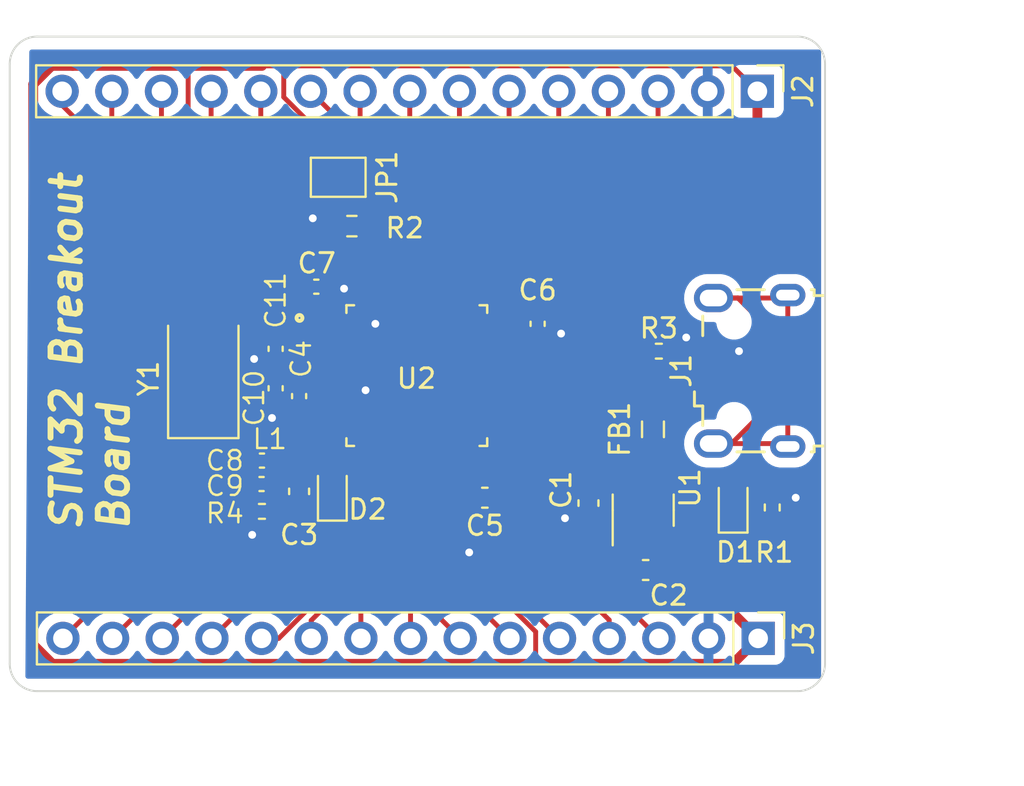
<source format=kicad_pcb>
(kicad_pcb (version 20221018) (generator pcbnew)
  (layers (0 "F.Cu" signal) (31 "B.Cu" signal) (34 "B.Paste" user) (35 "F.Paste" user) (36 "B.SilkS" user "B.Silkscreen") (37 "F.SilkS" user "F.Silkscreen") (38 "B.Mask" user) (39 "F.Mask" user) (44 "Edge.Cuts" user))
  (net 0 "")
  (net 1 "VCC")
  (net 2 "GND")
  (net 3 "+3.3V")
  (net 4 "+3.3VA")
  (net 5 "Net-(U2-PD1_OSC_OUT)")
  (net 6 "Net-(U2-PD0_OSC_IN)")
  (net 7 "Net-(D1-K)")
  (net 8 "Net-(D2-K)")
  (net 9 "Net-(D2-A)")
  (net 10 "+5V")
  (net 11 "USB_D-")
  (net 12 "USB_D+")
  (net 14 "unconnected-(J1-Shield-Pad6)")
  (net 15 "SWDIO")
  (net 16 "SWCLK")
  (net 17 "PA15")
  (net 18 "SWO")
  (net 19 "PB4")
  (net 20 "PB5")
  (net 21 "PB6")
  (net 22 "PB7")
  (net 23 "PB8")
  (net 24 "PB9")
  (net 25 "PC13")
  (net 26 "PC14")
  (net 27 "PC15")
  (net 28 "PA10")
  (net 29 "PA9")
  (net 30 "PA8")
  (net 31 "PB11")
  (net 32 "PB10")
  (net 33 "PB2")
  (net 34 "PB1")
  (net 35 "PB0")
  (net 36 "PA7")
  (net 37 "PA6")
  (net 38 "PA5")
  (net 39 "PA4")
  (net 40 "PA3")
  (net 41 "Net-(JP1-A)")
  (footprint "Package_TO_SOT_SMD:SOT-23-3" (layer "F.Cu") (at 216.7 81.3375 90)
    (fp_text reference "U1" (at 1.1375 2.4 90) (layer "F.SilkS"))
    (fp_text value "XC6206P332MR")
    (pad "1" smd roundrect (at -1.1375 -0.95 90) (size 1.325 0.6) (layers "F.Cu" "F.Paste" "F.Mask") (net 2 "GND"))
    (pad "2" smd roundrect (at -1.1375 0.95 90) (size 1.325 0.6) (layers "F.Cu" "F.Paste" "F.Mask") (net 3 "+3.3V"))
    (pad "3" smd roundrect (at 1.1375 0 90) (size 1.325 0.6) (layers "F.Cu" "F.Paste" "F.Mask") (net 1 "VCC"))
  )
  (footprint "Capacitor_SMD:C_0402_1005Metric" (layer "F.Cu") (at 199.98 69.9)
    (fp_text reference "C7" (at 0.02 -1.2) (layer "F.SilkS"))
    (fp_text value "100n")
    (pad "1" smd roundrect (at -0.48 0) (size 0.56 0.62) (layers "F.Cu" "F.Paste" "F.Mask") (net 3 "+3.3V"))
    (pad "2" smd roundrect (at 0.48 0) (size 0.56 0.62) (layers "F.Cu" "F.Paste" "F.Mask") (net 2 "GND"))
  )
  (footprint "Capacitor_SMD:C_0603_1608Metric" (layer "F.Cu") (at 199.1 80.375 -90)
    (fp_text reference "C3" (at 2.225 0 -180) (layer "F.SilkS"))
    (fp_text value "1u")
    (pad "1" smd roundrect (at -0.775 0 270) (size 0.9 0.95) (layers "F.Cu" "F.Paste" "F.Mask") (net 4 "+3.3VA"))
    (pad "2" smd roundrect (at 0.775 0 270) (size 0.9 0.95) (layers "F.Cu" "F.Paste" "F.Mask") (net 2 "GND"))
  )
  (footprint "Capacitor_SMD:C_0603_1608Metric" (layer "F.Cu") (at 208.6 80.7 180)
    (fp_text reference "C5" (at 0 -1.43) (layer "F.SilkS"))
    (fp_text value "4u7")
    (pad "1" smd roundrect (at -0.775 0 180) (size 0.9 0.95) (layers "F.Cu" "F.Paste" "F.Mask") (net 3 "+3.3V"))
    (pad "2" smd roundrect (at 0.775 0 180) (size 0.9 0.95) (layers "F.Cu" "F.Paste" "F.Mask") (net 2 "GND"))
  )
  (footprint "Resistor_SMD:R_0603_1608Metric" (layer "F.Cu") (at 201.8 66.8 180)
    (fp_text reference "R2" (at -2.7 -0.1) (layer "F.SilkS"))
    (fp_text value "10k")
    (pad "1" smd roundrect (at -0.825 0 180) (size 0.8 0.95) (layers "F.Cu" "F.Paste" "F.Mask") (net 41 "Net-(JP1-A)"))
    (pad "2" smd roundrect (at 0.825 0 180) (size 0.8 0.95) (layers "F.Cu" "F.Paste" "F.Mask") (net 2 "GND"))
  )
  (footprint "Connector_USB:USB_Micro-B_Wuerth_629105150521" (layer "F.Cu") (at 222.145 74.205 90)
    (fp_text reference "J1" (at 0 -3.5 90) (layer "F.SilkS"))
    (fp_text value "USB_B_Micro")
    (pad "" np_thru_hole oval (at -2.5 -0.8 90) (size 0.8 0.8) (drill 0.8) (layers "*.Cu" "*.Mask"))
    (pad "" np_thru_hole oval (at 2.5 -0.8 90) (size 0.8 0.8) (drill 0.8) (layers "*.Cu" "*.Mask"))
    (pad "1" smd rect (at -1.3 -1.9 90) (size 0.45 1.3) (layers "F.Cu" "F.Paste" "F.Mask") (net 10 "+5V"))
    (pad "2" smd rect (at -0.65 -1.9 90) (size 0.45 1.3) (layers "F.Cu" "F.Paste" "F.Mask") (net 11 "USB_D-"))
    (pad "3" smd rect (at 0 -1.9 90) (size 0.45 1.3) (layers "F.Cu" "F.Paste" "F.Mask") (net 12 "USB_D+"))
    (pad "4" smd rect (at 0.65 -1.9 90) (size 0.45 1.3) (layers "F.Cu" "F.Paste" "F.Mask"))
    (pad "5" smd rect (at 1.3 -1.9 90) (size 0.45 1.3) (layers "F.Cu" "F.Paste" "F.Mask") (net 2 "GND"))
    (pad "6" thru_hole oval (at -3.875 1.95 90) (size 1.15 1.8) (drill oval 0.55 1.2) (layers "*.Cu" "*.Mask") (net 14 "unconnected-(J1-Shield-Pad6)"))
    (pad "6" thru_hole oval (at -3.725 -1.85 90) (size 1.45 2) (drill oval 0.85 1.4) (layers "*.Cu" "*.Mask") (net 14 "unconnected-(J1-Shield-Pad6)"))
    (pad "6" thru_hole oval (at 3.725 -1.85 90) (size 1.45 2) (drill oval 0.85 1.4) (layers "*.Cu" "*.Mask") (net 14 "unconnected-(J1-Shield-Pad6)"))
    (pad "6" thru_hole oval (at 3.875 1.95 90) (size 1.15 1.8) (drill oval 0.55 1.2) (layers "*.Cu" "*.Mask") (net 14 "unconnected-(J1-Shield-Pad6)"))
  )
  (footprint "Resistor_SMD:R_0402_1005Metric" (layer "F.Cu") (at 197.2 81.4 180)
    (fp_text reference "R4" (at 1.9 -0.1) (layer "F.SilkS") (effects (font (thickness 0.125))))
    (fp_text value "1k5")
    (pad "1" smd roundrect (at -0.51 0 180) (size 0.54 0.64) (layers "F.Cu" "F.Paste" "F.Mask") (net 8 "Net-(D2-K)"))
    (pad "2" smd roundrect (at 0.51 0 180) (size 0.54 0.64) (layers "F.Cu" "F.Paste" "F.Mask") (net 2 "GND"))
  )
  (footprint "Connector_PinHeader_2.54mm:PinHeader_1x15_P2.54mm_Vertical" (layer "F.Cu") (at 222.54 59.9 -90)
    (fp_text reference "J2" (at 0 -2.33 90) (layer "F.SilkS"))
    (fp_text value "Conn_01x15")
    (pad "1" thru_hole rect (at 0 0 270) (size 1.7 1.7) (drill 1) (layers "*.Cu" "*.Mask") (net 3 "+3.3V"))
    (pad "2" thru_hole oval (at 0 2.54 270) (size 1.7 1.7) (drill 1) (layers "*.Cu" "*.Mask") (net 2 "GND"))
    (pad "3" thru_hole oval (at 0 5.08 270) (size 1.7 1.7) (drill 1) (layers "*.Cu" "*.Mask") (net 15 "SWDIO"))
    (pad "4" thru_hole oval (at 0 7.62 270) (size 1.7 1.7) (drill 1) (layers "*.Cu" "*.Mask") (net 16 "SWCLK"))
    (pad "5" thru_hole oval (at 0 10.16 270) (size 1.7 1.7) (drill 1) (layers "*.Cu" "*.Mask") (net 17 "PA15"))
    (pad "6" thru_hole oval (at 0 12.7 270) (size 1.7 1.7) (drill 1) (layers "*.Cu" "*.Mask") (net 18 "SWO"))
    (pad "7" thru_hole oval (at 0 15.24 270) (size 1.7 1.7) (drill 1) (layers "*.Cu" "*.Mask") (net 19 "PB4"))
    (pad "8" thru_hole oval (at 0 17.78 270) (size 1.7 1.7) (drill 1) (layers "*.Cu" "*.Mask") (net 20 "PB5"))
    (pad "9" thru_hole oval (at 0 20.32 270) (size 1.7 1.7) (drill 1) (layers "*.Cu" "*.Mask") (net 21 "PB6"))
    (pad "10" thru_hole oval (at 0 22.86 270) (size 1.7 1.7) (drill 1) (layers "*.Cu" "*.Mask") (net 22 "PB7"))
    (pad "11" thru_hole oval (at 0 25.4 270) (size 1.7 1.7) (drill 1) (layers "*.Cu" "*.Mask") (net 23 "PB8"))
    (pad "12" thru_hole oval (at 0 27.94 270) (size 1.7 1.7) (drill 1) (layers "*.Cu" "*.Mask") (net 24 "PB9"))
    (pad "13" thru_hole oval (at 0 30.48 270) (size 1.7 1.7) (drill 1) (layers "*.Cu" "*.Mask") (net 25 "PC13"))
    (pad "14" thru_hole oval (at 0 33.02 270) (size 1.7 1.7) (drill 1) (layers "*.Cu" "*.Mask") (net 26 "PC14"))
    (pad "15" thru_hole oval (at 0 35.56 270) (size 1.7 1.7) (drill 1) (layers "*.Cu" "*.Mask") (net 27 "PC15"))
  )
  (footprint "Capacitor_SMD:C_0603_1608Metric" (layer "F.Cu") (at 216.825 84.4 180)
    (fp_text reference "C2" (at -1.175 -1.3 180) (layer "F.SilkS"))
    (fp_text value "1u")
    (pad "1" smd roundrect (at -0.775 0 180) (size 0.9 0.95) (layers "F.Cu" "F.Paste" "F.Mask") (net 3 "+3.3V"))
    (pad "2" smd roundrect (at 0.775 0 180) (size 0.9 0.95) (layers "F.Cu" "F.Paste" "F.Mask") (net 2 "GND"))
  )
  (footprint "Capacitor_SMD:C_0402_1005Metric" (layer "F.Cu") (at 197.18 80)
    (fp_text reference "C9" (at -1.88 0.1) (layer "F.SilkS") (effects (font (thickness 0.125))))
    (fp_text value "100n")
    (pad "1" smd roundrect (at -0.48 0) (size 0.56 0.62) (layers "F.Cu" "F.Paste" "F.Mask") (net 3 "+3.3V"))
    (pad "2" smd roundrect (at 0.48 0) (size 0.56 0.62) (layers "F.Cu" "F.Paste" "F.Mask") (net 2 "GND"))
  )
  (footprint "Capacitor_SMD:C_0402_1005Metric" (layer "F.Cu") (at 199.1 75.5 -90)
    (fp_text reference "C4" (at -1.9 -0.1 90) (layer "F.SilkS") (effects (font (thickness 0.125) bold)))
    (fp_text value "100n")
    (pad "1" smd roundrect (at -0.48 0 270) (size 0.56 0.62) (layers "F.Cu" "F.Paste" "F.Mask") (net 4 "+3.3VA"))
    (pad "2" smd roundrect (at 0.48 0 270) (size 0.56 0.62) (layers "F.Cu" "F.Paste" "F.Mask") (net 2 "GND"))
  )
  (footprint "STM32F103C8T6:QFP50P900X900X160-48N" (layer "F.Cu") (at 205.12 74.45)
    (fp_text reference "U2" (at -0.02 0.15) (layer "F.SilkS"))
    (fp_text value "STM32F103C8T6")
    (pad "1" smd roundrect (at -4.18 -2.75 90) (size 0.28 1.56) (layers "F.Cu" "F.Paste" "F.Mask") (roundrect_rratio 0.39) (net 3 "+3.3V"))
    (pad "2" smd roundrect (at -4.18 -2.25 90) (size 0.28 1.56) (layers "F.Cu" "F.Paste" "F.Mask") (roundrect_rratio 0.39) (net 25 "PC13"))
    (pad "3" smd roundrect (at -4.18 -1.75 90) (size 0.28 1.56) (layers "F.Cu" "F.Paste" "F.Mask") (roundrect_rratio 0.39) (net 26 "PC14"))
    (pad "4" smd roundrect (at -4.18 -1.25 90) (size 0.28 1.56) (layers "F.Cu" "F.Paste" "F.Mask") (roundrect_rratio 0.39) (net 27 "PC15"))
    (pad "5" smd roundrect (at -4.18 -0.75 90) (size 0.28 1.56) (layers "F.Cu" "F.Paste" "F.Mask") (roundrect_rratio 0.39) (net 6 "Net-(U2-PD0_OSC_IN)"))
    (pad "6" smd roundrect (at -4.18 -0.25 90) (size 0.28 1.56) (layers "F.Cu" "F.Paste" "F.Mask") (roundrect_rratio 0.39) (net 5 "Net-(U2-PD1_OSC_OUT)"))
    (pad "7" smd roundrect (at -4.18 0.25 90) (size 0.28 1.56) (layers "F.Cu" "F.Paste" "F.Mask") (roundrect_rratio 0.39))
    (pad "8" smd roundrect (at -4.18 0.75 90) (size 0.28 1.56) (layers "F.Cu" "F.Paste" "F.Mask") (roundrect_rratio 0.39) (net 2 "GND"))
    (pad "9" smd roundrect (at -4.18 1.25 90) (size 0.28 1.56) (layers "F.Cu" "F.Paste" "F.Mask") (roundrect_rratio 0.39) (net 4 "+3.3VA"))
    (pad "10" smd roundrect (at -4.18 1.75 90) (size 0.28 1.56) (layers "F.Cu" "F.Paste" "F.Mask") (roundrect_rratio 0.39))
    (pad "11" smd roundrect (at -4.18 2.25 90) (size 0.28 1.56) (layers "F.Cu" "F.Paste" "F.Mask") (roundrect_rratio 0.39) (net 9 "Net-(D2-A)"))
    (pad "12" smd roundrect (at -4.18 2.75 90) (size 0.28 1.56) (layers "F.Cu" "F.Paste" "F.Mask") (roundrect_rratio 0.39))
    (pad "13" smd roundrect (at -2.75 4.18) (size 0.28 1.56) (layers "F.Cu" "F.Paste" "F.Mask") (roundrect_rratio 0.39) (net 40 "PA3"))
    (pad "14" smd roundrect (at -2.25 4.18) (size 0.28 1.56) (layers "F.Cu" "F.Paste" "F.Mask") (roundrect_rratio 0.39) (net 39 "PA4"))
    (pad "15" smd roundrect (at -1.75 4.18) (size 0.28 1.56) (layers "F.Cu" "F.Paste" "F.Mask") (roundrect_rratio 0.39) (net 38 "PA5"))
    (pad "16" smd roundrect (at -1.25 4.18) (size 0.28 1.56) (layers "F.Cu" "F.Paste" "F.Mask") (roundrect_rratio 0.39) (net 37 "PA6"))
    (pad "17" smd roundrect (at -0.75 4.18) (size 0.28 1.56) (layers "F.Cu" "F.Paste" "F.Mask") (roundrect_rratio 0.39) (net 36 "PA7"))
    (pad "18" smd roundrect (at -0.25 4.18) (size 0.28 1.56) (layers "F.Cu" "F.Paste" "F.Mask") (roundrect_rratio 0.39) (net 35 "PB0"))
    (pad "19" smd roundrect (at 0.25 4.18) (size 0.28 1.56) (layers "F.Cu" "F.Paste" "F.Mask") (roundrect_rratio 0.39) (net 34 "PB1"))
    (pad "20" smd roundrect (at 0.75 4.18) (size 0.28 1.56) (layers "F.Cu" "F.Paste" "F.Mask") (roundrect_rratio 0.39) (net 33 "PB2"))
    (pad "21" smd roundrect (at 1.25 4.18) (size 0.28 1.56) (layers "F.Cu" "F.Paste" "F.Mask") (roundrect_rratio 0.39) (net 32 "PB10"))
    (pad "22" smd roundrect (at 1.75 4.18) (size 0.28 1.56) (layers "F.Cu" "F.Paste" "F.Mask") (roundrect_rratio 0.39) (net 31 "PB11"))
    (pad "23" smd roundrect (at 2.25 4.18) (size 0.28 1.56) (layers "F.Cu" "F.Paste" "F.Mask") (roundrect_rratio 0.39) (net 2 "GND"))
    (pad "24" smd roundrect (at 2.75 4.18) (size 0.28 1.56) (layers "F.Cu" "F.Paste" "F.Mask") (roundrect_rratio 0.39) (net 3 "+3.3V"))
    (pad "25" smd roundrect (at 4.18 2.75 90) (size 0.28 1.56) (layers "F.Cu" "F.Paste" "F.Mask") (roundrect_rratio 0.39))
    (pad "26" smd roundrect (at 4.18 2.25 90) (size 0.28 1.56) (layers "F.Cu" "F.Paste" "F.Mask") (roundrect_rratio 0.39))
    (pad "27" smd roundrect (at 4.18 1.75 90) (size 0.28 1.56) (layers "F.Cu" "F.Paste" "F.Mask") (roundrect_rratio 0.39))
    (pad "28" smd roundrect (at 4.18 1.25 90) (size 0.28 1.56) (layers "F.Cu" "F.Paste" "F.Mask") (roundrect_rratio 0.39))
    (pad "29" smd roundrect (at 4.18 0.75 90) (size 0.28 1.56) (layers "F.Cu" "F.Paste" "F.Mask") (roundrect_rratio 0.39) (net 30 "PA8"))
    (pad "30" smd roundrect (at 4.18 0.25 90) (size 0.28 1.56) (layers "F.Cu" "F.Paste" "F.Mask") (roundrect_rratio 0.39) (net 29 "PA9"))
    (pad "31" smd roundrect (at 4.18 -0.25 90) (size 0.28 1.56) (layers "F.Cu" "F.Paste" "F.Mask") (roundrect_rratio 0.39) (net 28 "PA10"))
    (pad "32" smd roundrect (at 4.18 -0.75 90) (size 0.28 1.56) (layers "F.Cu" "F.Paste" "F.Mask") (roundrect_rratio 0.39) (net 11 "USB_D-"))
    (pad "33" smd roundrect (at 4.18 -1.25 90) (size 0.28 1.56) (layers "F.Cu" "F.Paste" "F.Mask") (roundrect_rratio 0.39) (net 12 "USB_D+"))
    (pad "34" smd roundrect (at 4.18 -1.75 90) (size 0.28 1.56) (layers "F.Cu" "F.Paste" "F.Mask") (roundrect_rratio 0.39) (net 15 "SWDIO"))
    (pad "35" smd roundrect (at 4.18 -2.25 90) (size 0.28 1.56) (layers "F.Cu" "F.Paste" "F.Mask") (roundrect_rratio 0.39) (net 2 "GND"))
    (pad "36" smd roundrect (at 4.18 -2.75 90) (size 0.28 1.56) (layers "F.Cu" "F.Paste" "F.Mask") (roundrect_rratio 0.39) (net 3 "+3.3V"))
    (pad "37" smd roundrect (at 2.75 -4.18) (size 0.28 1.56) (layers "F.Cu" "F.Paste" "F.Mask") (roundrect_rratio 0.39) (net 16 "SWCLK"))
    (pad "38" smd roundrect (at 2.25 -4.18) (size 0.28 1.56) (layers "F.Cu" "F.Paste" "F.Mask") (roundrect_rratio 0.39) (net 17 "PA15"))
    (pad "39" smd roundrect (at 1.75 -4.18) (size 0.28 1.56) (layers "F.Cu" "F.Paste" "F.Mask") (roundrect_rratio 0.39) (net 18 "SWO"))
    (pad "40" smd roundrect (at 1.25 -4.18) (size 0.28 1.56) (layers "F.Cu" "F.Paste" "F.Mask") (roundrect_rratio 0.39) (net 19 "PB4"))
    (pad "41" smd roundrect (at 0.75 -4.18) (size 0.28 1.56) (layers "F.Cu" "F.Paste" "F.Mask") (roundrect_rratio 0.39) (net 20 "PB5"))
    (pad "42" smd roundrect (at 0.25 -4.18) (size 0.28 1.56) (layers "F.Cu" "F.Paste" "F.Mask") (roundrect_rratio 0.39) (net 21 "PB6"))
    (pad "43" smd roundrect (at -0.25 -4.18) (size 0.28 1.56) (layers "F.Cu" "F.Paste" "F.Mask") (roundrect_rratio 0.39) (net 22 "PB7"))
    (pad "44" smd roundrect (at -0.75 -4.18) (size 0.28 1.56) (layers "F.Cu" "F.Paste" "F.Mask") (roundrect_rratio 0.39) (net 41 "Net-(JP1-A)"))
    (pad "45" smd roundrect (at -1.25 -4.18) (size 0.28 1.56) (layers "F.Cu" "F.Paste" "F.Mask") (roundrect_rratio 0.39) (net 23 "PB8"))
    (pad "46" smd roundrect (at -1.75 -4.18) (size 0.28 1.56) (layers "F.Cu" "F.Paste" "F.Mask") (roundrect_rratio 0.39) (net 24 "PB9"))
    (pad "47" smd roundrect (at -2.25 -4.18) (size 0.28 1.56) (layers "F.Cu" "F.Paste" "F.Mask") (roundrect_rratio 0.39) (net 2 "GND"))
    (pad "48" smd roundrect (at -2.75 -4.18) (size 0.28 1.56) (layers "F.Cu" "F.Paste" "F.Mask") (roundrect_rratio 0.39) (net 3 "+3.3V"))
  )
  (footprint "Jumper:SolderJumper-2_P1.3mm_Open_Pad1.0x1.5mm" (layer "F.Cu") (at 201.1 64.3 180)
    (fp_text reference "JP1" (at -2.5 0 90) (layer "F.SilkS"))
    (fp_text value "SolderJumper_2_Open")
    (pad "1" smd rect (at -0.65 0 180) (size 1 1.5) (layers "F.Cu" "F.Mask") (net 41 "Net-(JP1-A)"))
    (pad "2" smd rect (at 0.65 0 180) (size 1 1.5) (layers "F.Cu" "F.Mask") (net 3 "+3.3V"))
  )
  (footprint "Resistor_SMD:R_0402_1005Metric" (layer "F.Cu") (at 217.5 73.2)
    (fp_text reference "R3" (at 0 -1.17) (layer "F.SilkS"))
    (fp_text value "1k5")
    (pad "1" smd roundrect (at -0.51 0) (size 0.54 0.64) (layers "F.Cu" "F.Paste" "F.Mask") (net 3 "+3.3V"))
    (pad "2" smd roundrect (at 0.51 0) (size 0.54 0.64) (layers "F.Cu" "F.Paste" "F.Mask") (net 12 "USB_D+"))
  )
  (footprint "Connector_PinHeader_2.54mm:PinHeader_1x15_P2.54mm_Vertical" (layer "F.Cu") (at 222.58 87.9 -90)
    (fp_text reference "J3" (at 0 -2.33 90) (layer "F.SilkS"))
    (fp_text value "Conn_01x15")
    (pad "1" thru_hole rect (at 0 0 270) (size 1.7 1.7) (drill 1) (layers "*.Cu" "*.Mask") (net 3 "+3.3V"))
    (pad "2" thru_hole oval (at 0 2.54 270) (size 1.7 1.7) (drill 1) (layers "*.Cu" "*.Mask") (net 2 "GND"))
    (pad "3" thru_hole oval (at 0 5.08 270) (size 1.7 1.7) (drill 1) (layers "*.Cu" "*.Mask") (net 28 "PA10"))
    (pad "4" thru_hole oval (at 0 7.62 270) (size 1.7 1.7) (drill 1) (layers "*.Cu" "*.Mask") (net 29 "PA9"))
    (pad "5" thru_hole oval (at 0 10.16 270) (size 1.7 1.7) (drill 1) (layers "*.Cu" "*.Mask") (net 30 "PA8"))
    (pad "6" thru_hole oval (at 0 12.7 270) (size 1.7 1.7) (drill 1) (layers "*.Cu" "*.Mask") (net 31 "PB11"))
    (pad "7" thru_hole oval (at 0 15.24 270) (size 1.7 1.7) (drill 1) (layers "*.Cu" "*.Mask") (net 32 "PB10"))
    (pad "8" thru_hole oval (at 0 17.78 270) (size 1.7 1.7) (drill 1) (layers "*.Cu" "*.Mask") (net 33 "PB2"))
    (pad "9" thru_hole oval (at 0 20.32 270) (size 1.7 1.7) (drill 1) (layers "*.Cu" "*.Mask") (net 34 "PB1"))
    (pad "10" thru_hole oval (at 0 22.86 270) (size 1.7 1.7) (drill 1) (layers "*.Cu" "*.Mask") (net 35 "PB0"))
    (pad "11" thru_hole oval (at 0 25.4 270) (size 1.7 1.7) (drill 1) (layers "*.Cu" "*.Mask") (net 36 "PA7"))
    (pad "12" thru_hole oval (at 0 27.94 270) (size 1.7 1.7) (drill 1) (layers "*.Cu" "*.Mask") (net 37 "PA6"))
    (pad "13" thru_hole oval (at 0 30.48 270) (size 1.7 1.7) (drill 1) (layers "*.Cu" "*.Mask") (net 38 "PA5"))
    (pad "14" thru_hole oval (at 0 33.02 270) (size 1.7 1.7) (drill 1) (layers "*.Cu" "*.Mask") (net 39 "PA4"))
    (pad "15" thru_hole oval (at 0 35.56 270) (size 1.7 1.7) (drill 1) (layers "*.Cu" "*.Mask") (net 40 "PA3"))
  )
  (footprint "Capacitor_SMD:C_0603_1608Metric" (layer "F.Cu") (at 213.9 80.975 -90)
    (fp_text reference "C1" (at -0.675 1.4 90) (layer "F.SilkS"))
    (fp_text value "1u")
    (pad "1" smd roundrect (at -0.775 0 270) (size 0.9 0.95) (layers "F.Cu" "F.Paste" "F.Mask") (net 1 "VCC"))
    (pad "2" smd roundrect (at 0.775 0 270) (size 0.9 0.95) (layers "F.Cu" "F.Paste" "F.Mask") (net 2 "GND"))
  )
  (footprint "Crystal:Crystal_SMD_5032-2Pin_5.0x3.2mm" (layer "F.Cu") (at 194.2 74.6 90)
    (fp_text reference "Y1" (at 0 -2.8 90) (layer "F.SilkS"))
    (fp_text value "8Mhz")
    (pad "1" smd rect (at -1.85 0 90) (size 2 2.4) (layers "F.Cu" "F.Paste" "F.Mask") (net 5 "Net-(U2-PD1_OSC_OUT)"))
    (pad "2" smd rect (at 1.85 0 90) (size 2 2.4) (layers "F.Cu" "F.Paste" "F.Mask") (net 6 "Net-(U2-PD0_OSC_IN)"))
  )
  (footprint "LED_SMD:LED_0603_1608Metric" (layer "F.Cu") (at 200.8 80.3875 90)
    (fp_text reference "D2" (at -0.9125 1.8) (layer "F.SilkS"))
    (fp_text value "BLUE")
    (pad "1" smd roundrect (at -0.7875 0 90) (size 0.875 0.95) (layers "F.Cu" "F.Paste" "F.Mask") (net 8 "Net-(D2-K)"))
    (pad "2" smd roundrect (at 0.7875 0 90) (size 0.875 0.95) (layers "F.Cu" "F.Paste" "F.Mask") (net 9 "Net-(D2-A)"))
  )
  (footprint "Capacitor_SMD:C_0402_1005Metric" (layer "F.Cu") (at 197.2 78.8)
    (fp_text reference "C8" (at -1.9 0) (layer "F.SilkS") (effects (font (thickness 0.125))))
    (fp_text value "100n")
    (pad "1" smd roundrect (at -0.48 0) (size 0.56 0.62) (layers "F.Cu" "F.Paste" "F.Mask") (net 3 "+3.3V"))
    (pad "2" smd roundrect (at 0.48 0) (size 0.56 0.62) (layers "F.Cu" "F.Paste" "F.Mask") (net 2 "GND"))
  )
  (footprint "Inductor_SMD:L_0805_2012Metric" (layer "F.Cu") (at 217.2 77.2 -90)
    (fp_text reference "FB1" (at 0 1.7 90) (layer "F.SilkS"))
    (fp_text value "100R")
    (pad "1" smd roundrect (at -1.0625 0 270) (size 0.875 1.2) (layers "F.Cu" "F.Paste" "F.Mask") (net 10 "+5V"))
    (pad "2" smd roundrect (at 1.0625 0 270) (size 0.875 1.2) (layers "F.Cu" "F.Paste" "F.Mask") (net 1 "VCC"))
  )
  (footprint "Capacitor_SMD:C_0402_1005Metric" (layer "F.Cu") (at 211.3 71.8 -90)
    (fp_text reference "C6" (at -1.72 0 -180) (layer "F.SilkS"))
    (fp_text value "100n")
    (pad "1" smd roundrect (at -0.48 0 270) (size 0.56 0.62) (layers "F.Cu" "F.Paste" "F.Mask") (net 3 "+3.3V"))
    (pad "2" smd roundrect (at 0.48 0 270) (size 0.56 0.62) (layers "F.Cu" "F.Paste" "F.Mask") (net 2 "GND"))
  )
  (footprint "Resistor_SMD:R_0402_1005Metric" (layer "F.Cu") (at 223.3 81.2 90)
    (fp_text reference "R1" (at -2.3 0.1 180) (layer "F.SilkS"))
    (fp_text value "1k5")
    (pad "1" smd roundrect (at -0.51 0 90) (size 0.54 0.64) (layers "F.Cu" "F.Paste" "F.Mask") (net 7 "Net-(D1-K)"))
    (pad "2" smd roundrect (at 0.51 0 90) (size 0.54 0.64) (layers "F.Cu" "F.Paste" "F.Mask") (net 2 "GND"))
  )
  (footprint "Inductor_SMD:L_0402_1005Metric" (layer "F.Cu") (at 198.7 77.4 90)
    (fp_text reference "L1" (at -0.3 -1.1 180) (layer "F.SilkS") (effects (font (thickness 0.125))))
    (fp_text value "27n")
    (pad "1" smd roundrect (at -0.485 0 90) (size 0.59 0.64) (layers "F.Cu" "F.Paste" "F.Mask") (net 3 "+3.3V"))
    (pad "2" smd roundrect (at 0.485 0 90) (size 0.59 0.64) (layers "F.Cu" "F.Paste" "F.Mask") (net 4 "+3.3VA"))
  )
  (footprint "LED_SMD:LED_0603_1608Metric" (layer "F.Cu") (at 221.3 81 90)
    (fp_text reference "D1" (at -2.4875 0.1 180) (layer "F.SilkS"))
    (fp_text value "GREEN")
    (pad "1" smd roundrect (at -0.7875 0 90) (size 0.875 0.95) (layers "F.Cu" "F.Paste" "F.Mask") (net 7 "Net-(D1-K)"))
    (pad "2" smd roundrect (at 0.7875 0 90) (size 0.875 0.95) (layers "F.Cu" "F.Paste" "F.Mask") (net 3 "+3.3V"))
  )
  (footprint "Capacitor_SMD:C_0402_1005Metric" (layer "F.Cu") (at 197.9 73.08 -90)
    (fp_text reference "C11" (at -2.48 0 90) (layer "F.SilkS") (effects (font (thickness 0.125))))
    (fp_text value "30p")
    (pad "1" smd roundrect (at -0.48 0 270) (size 0.56 0.62) (layers "F.Cu" "F.Paste" "F.Mask") (net 6 "Net-(U2-PD0_OSC_IN)"))
    (pad "2" smd roundrect (at 0.48 0 270) (size 0.56 0.62) (layers "F.Cu" "F.Paste" "F.Mask") (net 2 "GND"))
  )
  (footprint "Capacitor_SMD:C_0402_1005Metric" (layer "F.Cu") (at 197.9 75.1 -90)
    (fp_text reference "C10" (at 0.5 1.1 -90) (layer "F.SilkS") (effects (font (thickness 0.125))))
    (fp_text value "30p")
    (pad "1" smd roundrect (at -0.48 0 270) (size 0.56 0.62) (layers "F.Cu" "F.Paste" "F.Mask") (net 5 "Net-(U2-PD1_OSC_OUT)"))
    (pad "2" smd roundrect (at 0.48 0 270) (size 0.56 0.62) (layers "F.Cu" "F.Paste" "F.Mask") (net 2 "GND"))
  )
  (gr_arc (start 184.299998 58.499998) (mid 184.710049 57.510049) (end 185.699998 57.099998) (stroke (width 0.1)) (layer "Edge.Cuts"))
  (gr_arc (start 185.7 90.6) (mid 184.710051 90.189949) (end 184.3 89.2) (stroke (width 0.1)) (layer "Edge.Cuts"))
  (gr_line (start 184.3 89.2) (end 184.299998 58.499998) (stroke (width 0.1)) (layer "Edge.Cuts"))
  (gr_arc (start 224.6 57.1) (mid 225.589949 57.510051) (end 226 58.5) (stroke (width 0.1)) (layer "Edge.Cuts"))
  (gr_line (start 226 58.5) (end 226 89.2) (stroke (width 0.1)) (layer "Edge.Cuts"))
  (gr_line (start 185.699998 57.099998) (end 224.6 57.1) (stroke (width 0.1)) (layer "Edge.Cuts"))
  (gr_line (start 224.6 90.6) (end 185.7 90.6) (stroke (width 0.1)) (layer "Edge.Cuts"))
  (gr_arc (start 226 89.2) (mid 225.589949 90.189949) (end 224.6 90.6) (stroke (width 0.1)) (layer "Edge.Cuts"))
  (gr_text "STM32 Breakout \nBoard" (at 190.5 82.5 90) (layer "F.SilkS") (effects (font (size 1.5 1.5) (thickness 0.3) bold italic) (justify left bottom)))
  (segment (start 216.7 78.7625) (end 217.2 78.2625) (width 0.5) (layer "F.Cu") (net 1))
  (segment (start 216.7 80.2) (end 216.7 78.7625) (width 0.5) (layer "F.Cu") (net 1))
  (segment (start 213.9 80.2) (end 216.7 80.2) (width 0.5) (layer "F.Cu") (net 1))
  (segment (start 210.9 72.2) (end 209.3 72.2) (width 0.25) (layer "F.Cu") (net 2))
  (segment (start 197.68 79.98) (end 197.66 80) (width 0.25) (layer "F.Cu") (net 2))
  (segment (start 198.81 81.15) (end 197.66 80) (width 0.25) (layer "F.Cu") (net 2))
  (segment (start 198.35375 75.98) (end 199.1 75.98) (width 0.25) (layer "F.Cu") (net 2))
  (segment (start 196.69 81.4) (end 197.66 80.43) (width 0.25) (layer "F.Cu") (net 2))
  (segment (start 212.48 72.28) (end 210.98 72.28) (width 0.25) (layer "F.Cu") (net 2))
  (segment (start 207.825 80.7) (end 207.37 80.245) (width 0.25) (layer "F.Cu") (net 2))
  (segment (start 202.87 71.67) (end 202.87 70.27) (width 0.25) (layer "F.Cu") (net 2))
  (segment (start 215.75 84.1) (end 216.05 84.4) (width 0.5) (layer "F.Cu") (net 2))
  (segment (start 197.86 73.6) (end 197.9 73.56) (width 0.25) (layer "F.Cu") (net 2))
  (segment (start 197.9 75.58) (end 198.7 75.58) (width 0.25) (layer "F.Cu") (net 2))
  (segment (start 215.75 82.475) (end 215.75 84.1) (width 0.5) (layer "F.Cu") (net 2))
  (segment (start 200.975 66.8) (end 200.2 66.8) (width 0.25) (layer "F.Cu") (net 2))
  (segment (start 196.7 82.6) (end 196.7 81.41) (width 0.25) (layer "F.Cu") (net 2))
  (segment (start 196.8 73.6) (end 197.86 73.6) (width 0.25) (layer "F.Cu") (net 2))
  (segment (start 200.2 66.8) (end 199.8 66.4) (width 0.25) (layer "F.Cu") (net 2))
  (segment (start 207.37 80.245) (end 207.37 78.63) (width 0.25) (layer "F.Cu") (net 2))
  (segment (start 196.7 81.41) (end 196.69 81.4) (width 0.25) (layer "F.Cu") (net 2))
  (segment (start 203 71.8) (end 202.87 71.67) (width 0.25) (layer "F.Cu") (net 2))
  (segment (start 219.28 72.88) (end 218.9 72.5) (width 0.5) (layer "F.Cu") (net 2))
  (segment (start 223.3 80.69) (end 224.49 80.69) (width 0.5) (layer "F.Cu") (net 2))
  (segment (start 215.025 81.75) (end 215.75 82.475) (width 0.5) (layer "F.Cu") (net 2))
  (segment (start 207.825 80.7) (end 207.825 83.475) (width 0.25) (layer "F.Cu") (net 2))
  (segment (start 197.66 80.43) (end 197.66 80) (width 0.25) (layer "F.Cu") (net 2))
  (segment (start 213.9 81.75) (end 215.025 81.75) (width 0.5) (layer "F.Cu") (net 2))
  (segment (start 224.49 80.69) (end 224.5 80.7) (width 0.5) (layer "F.Cu") (net 2))
  (segment (start 201.4 70) (end 201.3 69.9) (width 0.25) (layer "F.Cu") (net 2))
  (segment (start 197.714643 76.619107) (end 198.35375 75.98) (width 0.25) (layer "F.Cu") (net 2))
  (segment (start 212.5 72.3) (end 212.48 72.28) (width 0.25) (layer "F.Cu") (net 2))
  (segment (start 201.3 69.9) (end 200.46 69.9) (width 0.25) (layer "F.Cu") (net 2))
  (segment (start 221.345 72.88) (end 219.28 72.88) (width 0.5) (layer "F.Cu") (net 2))
  (segment (start 199.1 81.15) (end 198.81 81.15) (width 0.25) (layer "F.Cu") (net 2))
  (segment (start 200.94 75.2) (end 202.5 75.2) (width 0.25) (layer "F.Cu") (net 2))
  (segment (start 210.98 72.28) (end 210.9 72.2) (width 0.25) (layer "F.Cu") (net 2))
  (segment (start 198.7 75.58) (end 199.1 75.98) (width 0.25) (layer "F.Cu") (net 2))
  (segment (start 197.68 78.8) (end 197.68 79.98) (width 0.25) (layer "F.Cu") (net 2))
  (segment (start 212.7 81.75) (end 213.9 81.75) (width 0.5) (layer "F.Cu") (net 2))
  (segment (start 207.825 83.475) (end 207.8 83.5) (width 0.25) (layer "F.Cu") (net 2))
  (segment (start 221.6 73.2) (end 221.6 73.135) (width 0.5) (layer "F.Cu") (net 2))
  (segment (start 221.6 73.135) (end 221.345 72.88) (width 0.5) (layer "F.Cu") (net 2))
  (via (at 197.714643 76.619107) (size 0.8) (drill 0.4) (layers "F.Cu" "B.Cu") (net 2))
  (via (at 203 71.8) (size 0.8) (drill 0.4) (layers "F.Cu" "B.Cu") (net 2))
  (via (at 218.9 72.5) (size 0.8) (drill 0.4) (layers "F.Cu" "B.Cu") (net 2))
  (via (at 202.5 75.2) (size 0.8) (drill 0.4) (layers "F.Cu" "B.Cu") (net 2))
  (via (at 196.7 82.6) (size 0.8) (drill 0.4) (layers "F.Cu" "B.Cu") (net 2))
  (via (at 207.8 83.5) (size 0.8) (drill 0.4) (layers "F.Cu" "B.Cu") (net 2))
  (via (at 196.8 73.6) (size 0.8) (drill 0.4) (layers "F.Cu" "B.Cu") (net 2))
  (via (at 224.5 80.7) (size 0.8) (drill 0.4) (layers "F.Cu" "B.Cu") (net 2))
  (via (at 212.5 72.3) (size 0.8) (drill 0.4) (layers "F.Cu" "B.Cu") (net 2))
  (via (at 199.8 66.4) (size 0.8) (drill 0.4) (layers "F.Cu" "B.Cu") (net 2))
  (via (at 221.6 73.2) (size 0.8) (drill 0.4) (layers "F.Cu" "B.Cu") (net 2))
  (via (at 201.4 70) (size 0.8) (drill 0.4) (layers "F.Cu" "B.Cu") (net 2))
  (via (at 212.7 81.75) (size 0.8) (drill 0.4) (layers "F.Cu" "B.Cu") (net 2))
  (segment (start 187.518478 58.6) (end 193.2 58.6) (width 0.5) (layer "F.Cu") (net 3))
  (segment (start 210.92 71.7) (end 209.3 71.7) (width 0.25) (layer "F.Cu") (net 3))
  (segment (start 217.65 82.475) (end 219.0375 82.475) (width 0.5) (layer "F.Cu") (net 3))
  (segment (start 193.425 63.325) (end 198.4 68.3) (width 0.25) (layer "F.Cu") (net 3))
  (segment (start 198.315 60.196701) (end 200.45 62.331701) (width 0.25) (layer "F.Cu") (net 3))
  (segment (start 211.2 89.2) (end 186.481522 89.2) (width 0.5) (layer "F.Cu") (net 3))
  (segment (start 197.2 58.6) (end 198 58.6) (width 0.25) (layer "F.Cu") (net 3))
  (segment (start 198 58.6) (end 198.315 58.915) (width 0.25) (layer "F.Cu") (net 3))
  (segment (start 196.72 78.490001) (end 197.325001 77.885) (width 0.25) (layer "F.Cu") (net 3))
  (segment (start 217.65 82.475) (end 217.65 84.35) (width 0.5) (layer "F.Cu") (net 3))
  (segment (start 193.2 58.6) (end 197.2 58.6) (width 0.5) (layer "F.Cu") (net 3))
  (segment (start 186.4 78.8) (end 185.5 77.9) (width 0.25) (layer "F.Cu") (net 3))
  (segment (start 196.7 80) (end 196.7 78.82) (width 0.25) (layer "F.Cu") (net 3))
  (segment (start 209.375 80.135) (end 207.87 78.63) (width 0.25) (layer "F.Cu") (net 3))
  (segment (start 199.5 70.26) (end 200.94 71.7) (width 0.25) (layer "F.Cu") (net 3))
  (segment (start 196.72 78.8) (end 186.4 78.8) (width 0.25) (layer "F.Cu") (net 3))
  (segment (start 196.7 78.82) (end 196.72 78.8) (width 0.25) (layer "F.Cu") (net 3))
  (segment (start 211.3 71.32) (end 210.92 71.7) (width 0.25) (layer "F.Cu") (net 3))
  (segment (start 185.5 77.9) (end 185.5 59.541522) (width 0.5) (layer "F.Cu") (net 3))
  (segment (start 198.8 68.7) (end 198.4 68.3) (width 0.25) (layer "F.Cu") (net 3))
  (segment (start 209.5 80.825) (end 209.5 85.858299) (width 0.25) (layer "F.Cu") (net 3))
  (segment (start 209.375 80.7) (end 209.375 80.135) (width 0.25) (layer "F.Cu") (net 3))
  (segment (start 198 58.6) (end 221.24 58.6) (width 0.25) (layer "F.Cu") (net 3))
  (segment (start 221.24 58.6) (end 222.54 59.9) (width 0.25) (layer "F.Cu") (net 3))
  (segment (start 193.2 58.6) (end 193.425 58.825) (width 0.25) (layer "F.Cu") (net 3))
  (segment (start 221.28 89.2) (end 211.2 89.2) (width 0.5) (layer "F.Cu") (net 3))
  (segment (start 186.441522 58.6) (end 187.518478 58.6) (width 0.5) (layer "F.Cu") (net 3))
  (segment (start 215.5 70.7) (end 217.4 68.8) (width 0.5) (layer "F.Cu") (net 3))
  (segment (start 217.4 68.8) (end 221.2 68.8) (width 0.5) (layer "F.Cu") (net 3))
  (segment (start 198.4 68.3) (end 199.5 69.4) (width 0.25) (layer "F.Cu") (net 3))
  (segment (start 193.425 58.825) (end 193.425 63.325) (width 0.25) (layer "F.Cu") (net 3))
  (segment (start 196.72 78.8) (end 196.72 78.490001) (width 0.25) (layer "F.Cu") (net 3))
  (segment (start 217.6 84.4) (end 219.08 84.4) (width 0.5) (layer "F.Cu") (net 3))
  (segment (start 200.45 62.331701) (end 200.45 64.3) (width 0.25) (layer "F.Cu") (net 3))
  (segment (start 222.58 87.9) (end 221.28 89.2) (width 0.5) (layer "F.Cu") (net 3))
  (segment (start 219.0375 82.475) (end 221.3 80.2125) (width 0.5) (layer "F.Cu") (net 3))
  (segment (start 198.315 58.915) (end 198.315 60.196701) (width 0.25) (layer "F.Cu") (net 3))
  (segment (start 216.2 73.2) (end 215.5 72.5) (width 0.5) (layer "F.Cu") (net 3))
  (segment (start 185.5 88.218478) (end 185.5 77.9) (width 0.5) (layer "F.Cu") (net 3))
  (segment (start 209.375 80.7) (end 209.5 80.825) (width 0.25) (layer "F.Cu") (net 3))
  (segment (start 222.54 67.46) (end 222.54 59.9) (width 0.5) (layer "F.Cu") (net 3))
  (segment (start 215.5 72.5) (end 215.5 70.7) (width 0.5) (layer "F.Cu") (net 3))
  (segment (start 219.08 84.4) (end 222.58 87.9) (width 0.5) (layer "F.Cu") (net 3))
  (segment (start 211.2 87.558299) (end 211.2 89.2) (width 0.25) (layer "F.Cu") (net 3))
  (segment (start 214.88 71.32) (end 215.5 70.7) (width 0.5) (layer "F.Cu") (net 3))
  (segment (start 202.37 69.49) (end 201.58 68.7) (width 0.25) (layer "F.Cu") (net 3))
  (segment (start 209.5 85.858299) (end 211.2 87.558299) (width 0.25) (layer "F.Cu") (net 3))
  (segment (start 200.94 71.7) (end 202.37 70.27) (width 0.25) (layer "F.Cu") (net 3))
  (segment (start 185.5 59.541522) (end 186.441522 58.6) (width 0.5) (layer "F.Cu") (net 3))
  (segment (start 201.58 68.7) (end 198.8 68.7) (width 0.25) (layer "F.Cu") (net 3))
  (segment (start 221.2 68.8) (end 222.54 67.46) (width 0.5) (layer "F.Cu") (net 3))
  (segment (start 186.481522 89.2) (end 185.5 88.218478) (width 0.5) (layer "F.Cu") (net 3))
  (segment (start 211.3 71.32) (end 214.88 71.32) (width 0.5) (layer "F.Cu") (net 3))
  (segment (start 199.5 69.4) (end 199.5 70.26) (width 0.25) (layer "F.Cu") (net 3))
  (segment (start 202.37 70.27) (end 202.37 69.49) (width 0.25) (layer "F.Cu") (net 3))
  (segment (start 197.325001 77.885) (end 198.7 77.885) (width 0.25) (layer "F.Cu") (net 3))
  (segment (start 216.99 73.2) (end 216.2 73.2) (width 0.5) (layer "F.Cu") (net 3))
  (segment (start 217.65 84.35) (end 217.6 84.4) (width 0.5) (layer "F.Cu") (net 3))
  (segment (start 200.121322 75.7) (end 200.94 75.7) (width 0.25) (layer "F.Cu") (net 4))
  (segment (start 200.121322 75.7) (end 199.8 76.021322) (width 0.25) (layer "F.Cu") (net 4))
  (segment (start 199.1 75.02) (end 199.441322 75.02) (width 0.25) (layer "F.Cu") (net 4))
  (segment (start 199.385 79.315) (end 199.1 79.6) (width 0.25) (layer "F.Cu") (net 4))
  (segment (start 198.7 76.915) (end 199.019999 76.915) (width 0.25) (layer "F.Cu") (net 4))
  (segment (start 199.8 76.021322) (end 199.8 76.384926) (width 0.25) (layer "F.Cu") (net 4))
  (segment (start 199.269926 76.915) (end 198.7 76.915) (width 0.25) (layer "F.Cu") (net 4))
  (segment (start 199.019999 76.915) (end 199.385 77.280001) (width 0.25) (layer "F.Cu") (net 4))
  (segment (start 199.385 77.280001) (end 199.385 79.315) (width 0.25) (layer "F.Cu") (net 4))
  (segment (start 199.8 76.384926) (end 199.269926 76.915) (width 0.25) (layer "F.Cu") (net 4))
  (segment (start 199.441322 75.02) (end 200.121322 75.7) (width 0.25) (layer "F.Cu") (net 4))
  (segment (start 197.9 74.62) (end 198.32 74.2) (width 0.25) (layer "F.Cu") (net 5))
  (segment (start 196.4 77.1) (end 197 76.5) (width 0.25) (layer "F.Cu") (net 5))
  (segment (start 194.85 77.1) (end 196.4 77.1) (width 0.25) (layer "F.Cu") (net 5))
  (segment (start 198.32 74.2) (end 200.94 74.2) (width 0.25) (layer "F.Cu") (net 5))
  (segment (start 197 75.210001) (end 197.590001 74.62) (width 0.25) (layer "F.Cu") (net 5))
  (segment (start 197.590001 74.62) (end 197.9 74.62) (width 0.25) (layer "F.Cu") (net 5))
  (segment (start 197 76.5) (end 197 75.210001) (width 0.25) (layer "F.Cu") (net 5))
  (segment (start 194.2 76.45) (end 194.85 77.1) (width 0.25) (layer "F.Cu") (net 5))
  (segment (start 197.91149 72.6) (end 199.01149 73.7) (width 0.25) (layer "F.Cu") (net 6))
  (segment (start 194.2 72.75) (end 197.75 72.75) (width 0.25) (layer "F.Cu") (net 6))
  (segment (start 197.9 72.6) (end 197.91149 72.6) (width 0.25) (layer "F.Cu") (net 6))
  (segment (start 197.75 72.75) (end 197.9 72.6) (width 0.25) (layer "F.Cu") (net 6))
  (segment (start 199.01149 73.7) (end 200.94 73.7) (width 0.25) (layer "F.Cu") (net 6))
  (segment (start 221.3 81.7875) (end 223.2225 81.7875) (width 0.5) (layer "F.Cu") (net 7))
  (segment (start 223.2225 81.7875) (end 223.3 81.71) (width 0.5) (layer "F.Cu") (net 7))
  (segment (start 198.51 82.2) (end 199.775 82.2) (width 0.25) (layer "F.Cu") (net 8))
  (segment (start 199.775 82.2) (end 200.8 81.175) (width 0.25) (layer "F.Cu") (net 8))
  (segment (start 197.71 81.4) (end 198.51 82.2) (width 0.25) (layer "F.Cu") (net 8))
  (segment (start 199.835 76.986322) (end 199.835 77.635) (width 0.25) (layer "F.Cu") (net 9))
  (segment (start 200.94 76.7) (end 200.121322 76.7) (width 0.25) (layer "F.Cu") (net 9))
  (segment (start 200.121322 76.7) (end 199.835 76.986322) (width 0.25) (layer "F.Cu") (net 9))
  (segment (start 200.2 78) (end 200.5 78) (width 0.25) (layer "F.Cu") (net 9))
  (segment (start 200.5 78) (end 200.8 78.3) (width 0.25) (layer "F.Cu") (net 9))
  (segment (start 199.835 77.635) (end 200.2 78) (width 0.25) (layer "F.Cu") (net 9))
  (segment (start 200.8 78.3) (end 200.8 79.6) (width 0.25) (layer "F.Cu") (net 9))
  (segment (start 217.2 76.1375) (end 219.6375 76.1375) (width 0.5) (layer "F.Cu") (net 10))
  (segment (start 219.6375 76.1375) (end 220.245 75.53) (width 0.5) (layer "F.Cu") (net 10))
  (segment (start 209.3 73.7) (end 211.4 73.7) (width 0.25) (layer "F.Cu") (net 11))
  (segment (start 211.4 73.7) (end 212.555 74.855) (width 0.25) (layer "F.Cu") (net 11))
  (segment (start 212.555 74.855) (end 220.245 74.855) (width 0.25) (layer "F.Cu") (net 11))
  (segment (start 209.3 73.2) (end 211.8 73.2) (width 0.25) (layer "F.Cu") (net 12))
  (segment (start 217.6 74.3) (end 218.01 73.89) (width 0.25) (layer "F.Cu") (net 12))
  (segment (start 219.015 74.205) (end 220.245 74.205) (width 0.25) (layer "F.Cu") (net 12))
  (segment (start 211.8 73.2) (end 212.9 74.3) (width 0.25) (layer "F.Cu") (net 12))
  (segment (start 212.9 74.3) (end 217.6 74.3) (width 0.25) (layer "F.Cu") (net 12))
  (segment (start 218.01 73.2) (end 219.015 74.205) (width 0.25) (layer "F.Cu") (net 12))
  (segment (start 218.01 73.89) (end 218.01 73.2) (width 0.25) (layer "F.Cu") (net 12))
  (segment (start 221.545 70.48) (end 222.4 71.335) (width 0.25) (layer "F.Cu") (net 14))
  (segment (start 220.295 77.93) (end 223.945 77.93) (width 0.25) (layer "F.Cu") (net 14))
  (segment (start 220.295 70.48) (end 223.945 70.48) (width 0.25) (layer "F.Cu") (net 14))
  (segment (start 223.945 77.93) (end 224.095 78.08) (width 0.25) (layer "F.Cu") (net 14))
  (segment (start 222.4 71.335) (end 222.4 76.746016) (width 0.25) (layer "F.Cu") (net 14))
  (segment (start 224.095 70.33) (end 224.095 78.08) (width 0.25) (layer "F.Cu") (net 14))
  (segment (start 222.4 76.746016) (end 221.216016 77.93) (width 0.25) (layer "F.Cu") (net 14))
  (segment (start 221.216016 77.93) (end 220.295 77.93) (width 0.25) (layer "F.Cu") (net 14))
  (segment (start 223.945 70.48) (end 224.095 70.33) (width 0.25) (layer "F.Cu") (net 14))
  (segment (start 220.295 70.48) (end 221.545 70.48) (width 0.25) (layer "F.Cu") (net 14))
  (segment (start 217.46 59.9) (end 217.46 62.221322) (width 0.25) (layer "F.Cu") (net 15))
  (segment (start 208.195 72.413678) (end 208.481322 72.7) (width 0.25) (layer "F.Cu") (net 15))
  (segment (start 208.195 71.486322) (end 208.195 72.413678) (width 0.25) (layer "F.Cu") (net 15))
  (segment (start 217.46 62.221322) (end 208.195 71.486322) (width 0.25) (layer "F.Cu") (net 15))
  (segment (start 208.481322 72.7) (end 209.3 72.7) (width 0.25) (layer "F.Cu") (net 15))
  (segment (start 214.92 63.22) (end 214.92 59.9) (width 0.25) (layer "F.Cu") (net 16))
  (segment (start 207.87 70.27) (end 214.92 63.22) (width 0.25) (layer "F.Cu") (net 16))
  (segment (start 207.37 69.451322) (end 212.38 64.441322) (width 0.25) (layer "F.Cu") (net 17))
  (segment (start 212.38 64.441322) (end 212.38 59.9) (width 0.25) (layer "F.Cu") (net 17))
  (segment (start 207.37 70.27) (end 207.37 69.451322) (width 0.25) (layer "F.Cu") (net 17))
  (segment (start 209.84 64.66) (end 209.84 59.9) (width 0.25) (layer "F.Cu") (net 18))
  (segment (start 207.15 68.922792) (end 207.15 67.35) (width 0.25) (layer "F.Cu") (net 18))
  (segment (start 206.87 70.27) (end 206.87 69.202792) (width 0.25) (layer "F.Cu") (net 18))
  (segment (start 206.87 69.202792) (end 207.15 68.922792) (width 0.25) (layer "F.Cu") (net 18))
  (segment (start 207.15 67.35) (end 209.84 64.66) (width 0.25) (layer "F.Cu") (net 18))
  (segment (start 207.3 64.7) (end 206.7 65.3) (width 0.25) (layer "F.Cu") (net 19))
  (segment (start 207.3 59.9) (end 207.3 64.7) (width 0.25) (layer "F.Cu") (net 19))
  (segment (start 206.37 69.066396) (end 206.37 70.27) (width 0.25) (layer "F.Cu") (net 19))
  (segment (start 206.7 68.736396) (end 206.37 69.066396) (width 0.25) (layer "F.Cu") (net 19))
  (segment (start 206.7 65.3) (end 206.7 68.736396) (width 0.25) (layer "F.Cu") (net 19))
  (segment (start 205.87 68.93) (end 205.87 70.27) (width 0.25) (layer "F.Cu") (net 20))
  (segment (start 204.76 59.9) (end 204.76 63.707208) (width 0.25) (layer "F.Cu") (net 20))
  (segment (start 204.76 63.707208) (end 206.2 65.147208) (width 0.25) (layer "F.Cu") (net 20))
  (segment (start 206.2 65.147208) (end 206.2 68.6) (width 0.25) (layer "F.Cu") (net 20))
  (segment (start 206.2 68.6) (end 205.87 68.93) (width 0.25) (layer "F.Cu") (net 20))
  (segment (start 205.55 68.459188) (end 205.37 68.639188) (width 0.25) (layer "F.Cu") (net 21))
  (segment (start 202.22 61.803604) (end 205.55 65.133604) (width 0.25) (layer "F.Cu") (net 21))
  (segment (start 202.22 59.9) (end 202.22 61.803604) (width 0.25) (layer "F.Cu") (net 21))
  (segment (start 205.55 65.133604) (end 205.55 68.459188) (width 0.25) (layer "F.Cu") (net 21))
  (segment (start 205.37 68.639188) (end 205.37 70.27) (width 0.25) (layer "F.Cu") (net 21))
  (segment (start 204.87 68.502792) (end 204.87 70.27) (width 0.25) (layer "F.Cu") (net 22))
  (segment (start 199.68 59.9) (end 205.1 65.32) (width 0.25) (layer "F.Cu") (net 22))
  (segment (start 205.1 65.32) (end 205.1 68.272792) (width 0.25) (layer "F.Cu") (net 22))
  (segment (start 205.1 68.272792) (end 204.87 68.502792) (width 0.25) (layer "F.Cu") (net 22))
  (segment (start 203.87 69.25) (end 203.87 70.27) (width 0.25) (layer "F.Cu") (net 23))
  (segment (start 197.14 59.9) (end 197.14 64.788004) (width 0.25) (layer "F.Cu") (net 23))
  (segment (start 202.42 67.8) (end 203.87 69.25) (width 0.25) (layer "F.Cu") (net 23))
  (segment (start 200.151996 67.8) (end 202.42 67.8) (width 0.25) (layer "F.Cu") (net 23))
  (segment (start 197.14 64.788004) (end 200.151996 67.8) (width 0.25) (layer "F.Cu") (net 23))
  (segment (start 199.9656 68.25) (end 202.233604 68.25) (width 0.25) (layer "F.Cu") (net 24))
  (segment (start 202.233604 68.25) (end 203.37 69.386396) (width 0.25) (layer "F.Cu") (net 24))
  (segment (start 194.6 59.9) (end 194.6 62.8844) (width 0.25) (layer "F.Cu") (net 24))
  (segment (start 194.6 62.8844) (end 199.9656 68.25) (width 0.25) (layer "F.Cu") (net 24))
  (segment (start 203.37 69.386396) (end 203.37 70.27) (width 0.25) (layer "F.Cu") (net 24))
  (segment (start 192.06 64.138678) (end 200.121322 72.2) (width 0.25) (layer "F.Cu") (net 25))
  (segment (start 200.121322 72.2) (end 200.94 72.2) (width 0.25) (layer "F.Cu") (net 25))
  (segment (start 192.06 59.9) (end 192.06 64.138678) (width 0.25) (layer "F.Cu") (net 25))
  (segment (start 189.52 62.517656) (end 199.702344 72.7) (width 0.25) (layer "F.Cu") (net 26))
  (segment (start 189.52 59.9) (end 189.52 62.517656) (width 0.25) (layer "F.Cu") (net 26))
  (segment (start 199.702344 72.7) (end 200.94 72.7) (width 0.25) (layer "F.Cu") (net 26))
  (segment (start 199.565948 73.2) (end 200.94 73.2) (width 0.25) (layer "F.Cu") (net 27))
  (segment (start 186.98 59.9) (end 186.98 60.614052) (width 0.25) (layer "F.Cu") (net 27))
  (segment (start 186.98 60.614052) (end 199.565948 73.2) (width 0.25) (layer "F.Cu") (net 27))
  (segment (start 211.6 84.7) (end 212.55 85.65) (width 0.25) (layer "F.Cu") (net 28))
  (segment (start 209.3 74.2) (end 210.39147 74.2) (width 0.25) (layer "F.Cu") (net 28))
  (segment (start 210.39147 74.2) (end 211.6 75.40853) (width 0.25) (layer "F.Cu") (net 28))
  (segment (start 211.6 75.40853) (end 211.6 84.7) (width 0.25) (layer "F.Cu") (net 28))
  (segment (start 212.55 85.65) (end 215.25 85.65) (width 0.25) (layer "F.Cu") (net 28))
  (segment (start 215.25 85.65) (end 217.5 87.9) (width 0.25) (layer "F.Cu") (net 28))
  (segment (start 212.2 86.1) (end 214.1 86.1) (width 0.25) (layer "F.Cu") (net 29))
  (segment (start 214.96 86.96) (end 214.96 87.9) (width 0.25) (layer "F.Cu") (net 29))
  (segment (start 214.1 86.1) (end 214.96 86.96) (width 0.25) (layer "F.Cu") (net 29))
  (segment (start 211 75.444926) (end 211 84.9) (width 0.25) (layer "F.Cu") (net 29))
  (segment (start 210.255074 74.7) (end 211 75.444926) (width 0.25) (layer "F.Cu") (net 29))
  (segment (start 211 84.9) (end 212.2 86.1) (width 0.25) (layer "F.Cu") (net 29))
  (segment (start 209.3 74.7) (end 210.255074 74.7) (width 0.25) (layer "F.Cu") (net 29))
  (segment (start 210.4 85.88) (end 212.42 87.9) (width 0.25) (layer "F.Cu") (net 30))
  (segment (start 210.405 85.395) (end 210.4 85.4) (width 0.25) (layer "F.Cu") (net 30))
  (segment (start 209.3 75.2) (end 210.118678 75.2) (width 0.25) (layer "F.Cu") (net 30))
  (segment (start 210.4 85.4) (end 210.4 85.88) (width 0.25) (layer "F.Cu") (net 30))
  (segment (start 210.118678 75.2) (end 210.405 75.486322) (width 0.25) (layer "F.Cu") (net 30))
  (segment (start 210.405 75.486322) (end 210.405 85.395) (width 0.25) (layer "F.Cu") (net 30))
  (segment (start 206.87 84.89) (end 209.88 87.9) (width 0.25) (layer "F.Cu") (net 31))
  (segment (start 206.87 78.63) (end 206.87 84.89) (width 0.25) (layer "F.Cu") (net 31))
  (segment (start 206.37 78.63) (end 206.37 86.93) (width 0.25) (layer "F.Cu") (net 32))
  (segment (start 206.37 86.93) (end 207.34 87.9) (width 0.25) (layer "F.Cu") (net 32))
  (segment (start 205.87 82.166396) (end 205.87 78.63) (width 0.25) (layer "F.Cu") (net 33))
  (segment (start 204.8 83.236396) (end 205.87 82.166396) (width 0.25) (layer "F.Cu") (net 33))
  (segment (start 204.8 87.9) (end 204.8 83.236396) (width 0.25) (layer "F.Cu") (net 33))
  (segment (start 202.26 85.14) (end 205.37 82.03) (width 0.25) (layer "F.Cu") (net 34))
  (segment (start 202.26 87.9) (end 202.26 85.14) (width 0.25) (layer "F.Cu") (net 34))
  (segment (start 205.37 82.03) (end 205.37 78.63) (width 0.25) (layer "F.Cu") (net 34))
  (segment (start 199.72 87.9) (end 199.72 86.98) (width 0.25) (layer "F.Cu") (net 35))
  (segment (start 199.72 86.98) (end 204.87 81.83) (width 0.25) (layer "F.Cu") (net 35))
  (segment (start 204.87 81.83) (end 204.87 78.63) (width 0.25) (layer "F.Cu") (net 35))
  (segment (start 204.37 81.588299) (end 204.37 78.63) (width 0.25) (layer "F.Cu") (net 36))
  (segment (start 198.058299 87.9) (end 204.37 81.588299) (width 0.25) (layer "F.Cu") (net 36))
  (segment (start 197.18 87.9) (end 198.058299 87.9) (width 0.25) (layer "F.Cu") (net 36))
  (segment (start 196.09 86.45) (end 198.684228 86.45) (width 0.25) (layer "F.Cu") (net 37))
  (segment (start 203.87 81.264228) (end 203.87 78.63) (width 0.25) (layer "F.Cu") (net 37))
  (segment (start 198.684228 86.45) (end 203.87 81.264228) (width 0.25) (layer "F.Cu") (net 37))
  (segment (start 194.64 87.9) (end 196.09 86.45) (width 0.25) (layer "F.Cu") (net 37))
  (segment (start 194 86) (end 198.497832 86) (width 0.25) (layer "F.Cu") (net 38))
  (segment (start 198.497832 86) (end 203.37 81.127832) (width 0.25) (layer "F.Cu") (net 38))
  (segment (start 192.1 87.9) (end 194 86) (width 0.25) (layer "F.Cu") (net 38))
  (segment (start 203.37 81.127832) (end 203.37 78.63) (width 0.25) (layer "F.Cu") (net 38))
  (segment (start 189.56 87.9) (end 191.91 85.55) (width 0.25) (layer "F.Cu") (net 39))
  (segment (start 202.87 80.991436) (end 202.87 78.63) (width 0.25) (layer "F.Cu") (net 39))
  (segment (start 198.311436 85.55) (end 202.87 80.991436) (width 0.25) (layer "F.Cu") (net 39))
  (segment (start 191.91 85.55) (end 198.311436 85.55) (width 0.25) (layer "F.Cu") (net 39))
  (segment (start 189.82 85.1) (end 198.12504 85.1) (width 0.25) (layer "F.Cu") (net 40))
  (segment (start 202.37 80.85504) (end 202.37 78.63) (width 0.25) (layer "F.Cu") (net 40))
  (segment (start 187.02 87.9) (end 189.82 85.1) (width 0.25) (layer "F.Cu") (net 40))
  (segment (start 198.12504 85.1) (end 202.37 80.85504) (width 0.25) (layer "F.Cu") (net 40))
  (segment (start 203.125 67.3) (end 203.7 67.3) (width 0.25) (layer "F.Cu") (net 41))
  (segment (start 203.7 67.3) (end 204.37 67.97) (width 0.25) (layer "F.Cu") (net 41))
  (segment (start 201.75 65.925) (end 203.125 67.3) (width 0.25) (layer "F.Cu") (net 41))
  (segment (start 204.37 67.97) (end 204.37 70.27) (width 0.25) (layer "F.Cu") (net 41))
  (segment (start 201.75 64.3) (end 201.75 65.925) (width 0.25) (layer "F.Cu") (net 41))
  (zone (net 2) (net_name "GND") (layer "B.Cu") (connect_pads (clearance 0.5)) (min_thickness 0.25) (fill yes (thermal_gap 0.5) (thermal_bridge_width 0.5))
    (polygon (pts (xy 185.3 57.7625) (xy 225.8 57.7625) (xy 225.8 89.9625) (xy 185.1 89.9625)))
  )
)
</source>
